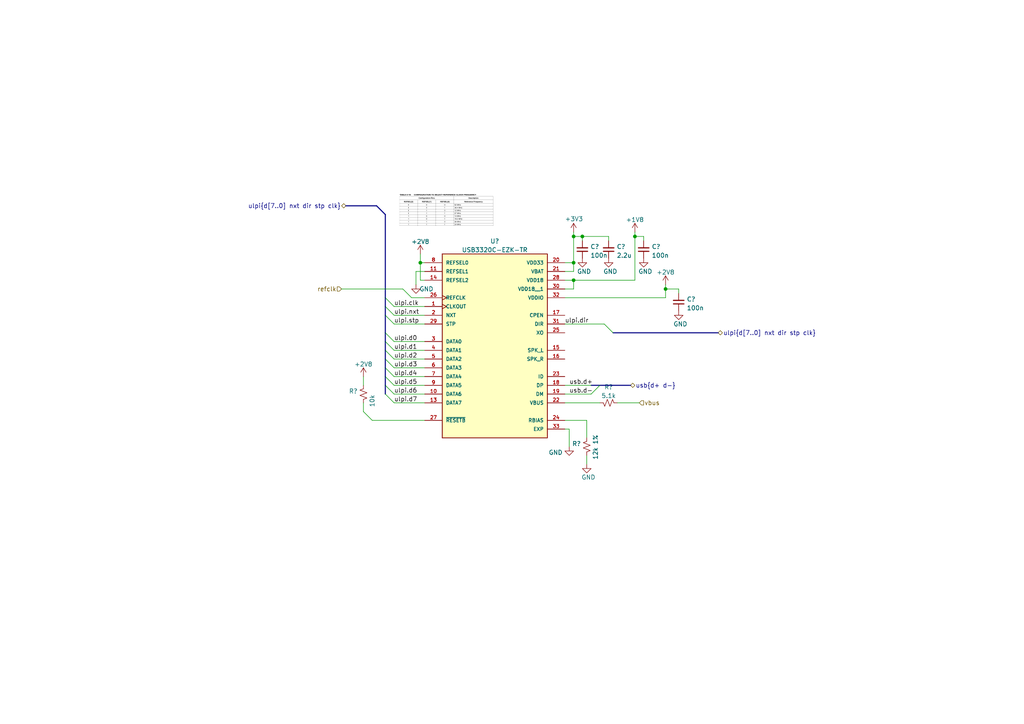
<source format=kicad_sch>
(kicad_sch (version 20211123) (generator eeschema)
  (paper "A4")
  (lib_symbols
    (symbol "Device:C_Small" (pin_numbers hide) (pin_names (offset 0.254) hide)
      (property "Reference" "C" (at 0.254 1.778 0))
      (property "Value" "C_Small" (at 0.254 -2.032 0))
      (symbol "C_Small_0_1"
        (polyline (pts (xy -1.524 -0.508) (xy 1.524 -0.508)) (stroke (width 0.3302)))
        (polyline (pts (xy -1.524 0.508) (xy 1.524 0.508)) (stroke (width 0.3048)))
      )
      (symbol "C_Small_1_1"
        (pin passive line (at 0 2.54 270) (length 2.032) (name "~") (number "1"))
        (pin passive line (at 0 -2.54 90) (length 2.032) (name "~") (number "2"))
      )
    )
    (symbol "Device:R_Small_US" (pin_numbers hide) (pin_names (offset 0.254) hide)
      (property "Reference" "R" (at 0.762 0.508 0))
      (property "Value" "R_Small_US" (at 0.762 -1.016 0))
      (symbol "R_Small_US_1_1"
        (polyline (pts (xy 0 0) (xy 1.016 -0.381) (xy 0 -0.762) (xy -1.016 -1.143) (xy 0 -1.524)))
        (polyline (pts (xy 0 1.524) (xy 1.016 1.143) (xy 0 0.762) (xy -1.016 0.381) (xy 0 0)))
        (pin passive line (at 0 2.54 270) (length 1.016) (name "~") (number "1"))
        (pin passive line (at 0 -2.54 90) (length 1.016) (name "~") (number "2"))
      )
    )
    (symbol "USB3320C-EZK-TR:USB3320C-EZK-TR" (pin_names (offset 1.016))
      (property "Reference" "U?" (at 0 29.0998 0))
      (property "Value" "USB3320C-EZK-TR" (at 0 26.5629 0))
      (symbol "USB3320C-EZK-TR_0_0"
        (rectangle (start -15.24 -27.94) (end 15.24 25.4) (stroke (width 0.254)) (fill (type background)))
        (pin output clock (at -20.32 10.16 0) (length 5.08) (name "CLKOUT") (number "1"))
        (pin bidirectional line (at -20.32 -15.24 0) (length 5.08) (name "DATA6") (number "10"))
        (pin input line (at -20.32 20.32 0) (length 5.08) (name "REFSEL1") (number "11"))
        (pin bidirectional line (at -20.32 -17.78 0) (length 5.08) (name "DATA7") (number "13"))
        (pin input line (at -20.32 17.78 0) (length 5.08) (name "REFSEL2") (number "14"))
        (pin bidirectional line (at 20.32 -2.54 180) (length 5.08) (name "SPK_L") (number "15"))
        (pin bidirectional line (at 20.32 -5.08 180) (length 5.08) (name "SPK_R") (number "16"))
        (pin output line (at 20.32 7.62 180) (length 5.08) (name "CPEN") (number "17"))
        (pin bidirectional line (at 20.32 -12.7 180) (length 5.08) (name "DP") (number "18"))
        (pin bidirectional line (at 20.32 -15.24 180) (length 5.08) (name "DM") (number "19"))
        (pin output line (at -20.32 7.62 0) (length 5.08) (name "NXT") (number "2"))
        (pin power_in line (at 20.32 22.86 180) (length 5.08) (name "VDD33") (number "20"))
        (pin power_in line (at 20.32 20.32 180) (length 5.08) (name "VBAT") (number "21"))
        (pin power_in line (at 20.32 -17.78 180) (length 5.08) (name "VBUS") (number "22"))
        (pin input line (at 20.32 -10.16 180) (length 5.08) (name "ID") (number "23"))
        (pin bidirectional line (at 20.32 -22.86 180) (length 5.08) (name "RBIAS") (number "24"))
        (pin output line (at 20.32 2.54 180) (length 5.08) (name "XO") (number "25"))
        (pin input clock (at -20.32 12.7 0) (length 5.08) (name "REFCLK") (number "26"))
        (pin input line (at -20.32 -22.86 0) (length 5.08) (name "~{RESETB}") (number "27"))
        (pin power_in line (at 20.32 17.78 180) (length 5.08) (name "VDD18") (number "28"))
        (pin input line (at -20.32 5.08 0) (length 5.08) (name "STP") (number "29"))
        (pin bidirectional line (at -20.32 0 0) (length 5.08) (name "DATA0") (number "3"))
        (pin power_in line (at 20.32 15.24 180) (length 5.08) (name "VDD18__1") (number "30"))
        (pin output line (at 20.32 5.08 180) (length 5.08) (name "DIR") (number "31"))
        (pin power_in line (at 20.32 12.7 180) (length 5.08) (name "VDDIO") (number "32"))
        (pin power_in line (at 20.32 -25.4 180) (length 5.08) (name "EXP") (number "33"))
        (pin bidirectional line (at -20.32 -2.54 0) (length 5.08) (name "DATA1") (number "4"))
        (pin bidirectional line (at -20.32 -5.08 0) (length 5.08) (name "DATA2") (number "5"))
        (pin bidirectional line (at -20.32 -7.62 0) (length 5.08) (name "DATA3") (number "6"))
        (pin bidirectional line (at -20.32 -10.16 0) (length 5.08) (name "DATA4") (number "7"))
        (pin input line (at -20.32 22.86 0) (length 5.08) (name "REFSEL0") (number "8"))
        (pin bidirectional line (at -20.32 -12.7 0) (length 5.08) (name "DATA5") (number "9"))
      )
    )
    (symbol "power:+1V8" (power) (pin_names (offset 0))
      (property "Value" "+1V8" (at 0 3.556 0))
      (symbol "+1V8_0_1"
        (polyline (pts (xy -0.762 1.27) (xy 0 2.54)))
        (polyline (pts (xy 0 0) (xy 0 2.54)))
        (polyline (pts (xy 0 2.54) (xy 0.762 1.27)))
      )
      (symbol "+1V8_1_1"
        (pin power_in line (at 0 0 90) (length 0) hide (name "+1V8") (number "1"))
      )
    )
    (symbol "power:+2V8" (power) (pin_names (offset 0))
      (property "Value" "+2V8" (at 0 3.556 0))
      (symbol "+2V8_0_1"
        (polyline (pts (xy -0.762 1.27) (xy 0 2.54)))
        (polyline (pts (xy 0 0) (xy 0 2.54)))
        (polyline (pts (xy 0 2.54) (xy 0.762 1.27)))
      )
      (symbol "+2V8_1_1"
        (pin power_in line (at 0 0 90) (length 0) hide (name "+2V8") (number "1"))
      )
    )
    (symbol "power:+3.3V" (power) (pin_names (offset 0))
      (property "Value" "+3.3V" (at 0 3.556 0))
      (symbol "+3.3V_0_1"
        (polyline (pts (xy -0.762 1.27) (xy 0 2.54)))
        (polyline (pts (xy 0 0) (xy 0 2.54)))
        (polyline (pts (xy 0 2.54) (xy 0.762 1.27)))
      )
      (symbol "+3.3V_1_1"
        (pin power_in line (at 0 0 90) (length 0) hide (name "+3V3") (number "1"))
      )
    )
    (symbol "power:GND" (power) (pin_names (offset 0))
      (property "Value" "GND" (at 0 -3.81 0))
      (symbol "GND_0_1"
        (polyline (pts (xy 0 0) (xy 0 -1.27) (xy 1.27 -1.27) (xy 0 -2.54) (xy -1.27 -1.27) (xy 0 -1.27)))
      )
      (symbol "GND_1_1"
        (pin power_in line (at 0 0 270) (length 0) hide (name "GND") (number "1"))
      )
    )
  )
  (junction (at 166.37 81.28))
  (junction (at 193.04 83.82))
  (junction (at 166.37 76.2))
  (junction (at 168.91 68.58))
  (junction (at 184.15 68.58))
  (junction (at 121.92 76.2))
  (junction (at 166.37 68.58))
  (bus_entry (at 111.76 96.52) (size 2.54 2.54))
  (bus_entry (at 111.76 106.68) (size 2.54 2.54))
  (bus_entry (at 111.76 114.3) (size 2.54 2.54))
  (bus_entry (at 177.8 96.52) (size -2.54 -2.54))
  (bus_entry (at 111.76 101.6) (size 2.54 2.54))
  (bus_entry (at 111.76 111.76) (size 2.54 2.54))
  (bus_entry (at 111.76 109.22) (size 2.54 2.54))
  (bus_entry (at 111.76 104.14) (size 2.54 2.54))
  (bus_entry (at 111.76 99.06) (size 2.54 2.54))
  (bus_entry (at 111.76 91.44) (size 2.54 2.54))
  (bus_entry (at 111.76 86.36) (size 2.54 2.54))
  (bus_entry (at 111.76 88.9) (size 2.54 2.54))
  (wire (pts (xy 166.37 76.2) (xy 166.37 68.58)))
  (wire (pts (xy 184.15 68.58) (xy 186.69 68.58)))
  (wire (pts (xy 120.65 78.74) (xy 123.19 78.74)))
  (wire (pts (xy 184.15 68.58) (xy 184.15 81.28)))
  (bus (pts (xy 111.76 62.23) (xy 111.76 86.36)))
  (wire (pts (xy 114.3 104.14) (xy 123.19 104.14)))
  (wire (pts (xy 114.3 111.76) (xy 123.19 111.76)))
  (wire (pts (xy 105.41 109.22) (xy 105.41 111.76)))
  (wire (pts (xy 176.53 68.58) (xy 168.91 68.58)))
  (wire (pts (xy 120.65 82.55) (xy 120.65 78.74)))
  (wire (pts (xy 123.19 81.28) (xy 121.92 81.28)))
  (wire (pts (xy 176.53 69.85) (xy 176.53 68.58)))
  (bus (pts (xy 111.76 96.52) (xy 111.76 99.06)))
  (wire (pts (xy 163.83 124.46) (xy 165.1 124.46)))
  (wire (pts (xy 99.06 83.82) (xy 116.84 83.82)))
  (wire (pts (xy 163.83 86.36) (xy 193.04 86.36)))
  (wire (pts (xy 171.45 111.76) (xy 163.83 111.76)))
  (wire (pts (xy 163.83 76.2) (xy 166.37 76.2)))
  (bus (pts (xy 111.76 104.14) (xy 111.76 106.68)))
  (wire (pts (xy 170.18 132.08) (xy 170.18 134.62)))
  (wire (pts (xy 185.42 116.84) (xy 179.07 116.84)))
  (wire (pts (xy 186.69 68.58) (xy 186.69 69.85)))
  (bus (pts (xy 100.33 59.69) (xy 109.22 59.69)))
  (wire (pts (xy 114.3 106.68) (xy 123.19 106.68)))
  (wire (pts (xy 193.04 83.82) (xy 196.85 83.82)))
  (wire (pts (xy 107.95 121.92) (xy 105.41 119.38)))
  (wire (pts (xy 121.92 73.66) (xy 121.92 76.2)))
  (bus (pts (xy 111.76 99.06) (xy 111.76 101.6)))
  (bus (pts (xy 177.8 96.52) (xy 208.28 96.52)))
  (wire (pts (xy 114.3 101.6) (xy 123.19 101.6)))
  (wire (pts (xy 123.19 86.36) (xy 119.38 86.36)))
  (wire (pts (xy 119.38 86.36) (xy 116.84 83.82)))
  (wire (pts (xy 166.37 81.28) (xy 166.37 83.82)))
  (bus (pts (xy 111.76 109.22) (xy 111.76 111.76)))
  (wire (pts (xy 168.91 68.58) (xy 168.91 69.85)))
  (wire (pts (xy 166.37 78.74) (xy 166.37 76.2)))
  (bus (pts (xy 111.76 91.44) (xy 111.76 96.52)))
  (wire (pts (xy 114.3 116.84) (xy 123.19 116.84)))
  (wire (pts (xy 114.3 109.22) (xy 123.19 109.22)))
  (bus (pts (xy 111.76 88.9) (xy 111.76 91.44)))
  (bus (pts (xy 111.76 106.68) (xy 111.76 109.22)))
  (wire (pts (xy 166.37 81.28) (xy 184.15 81.28)))
  (wire (pts (xy 114.3 114.3) (xy 123.19 114.3)))
  (wire (pts (xy 193.04 83.82) (xy 193.04 86.36)))
  (wire (pts (xy 163.83 78.74) (xy 166.37 78.74)))
  (wire (pts (xy 105.41 119.38) (xy 105.41 116.84)))
  (wire (pts (xy 163.83 116.84) (xy 173.99 116.84)))
  (bus (pts (xy 111.76 101.6) (xy 111.76 104.14)))
  (wire (pts (xy 123.19 76.2) (xy 121.92 76.2)))
  (wire (pts (xy 166.37 68.58) (xy 168.91 68.58)))
  (wire (pts (xy 196.85 83.82) (xy 196.85 85.09)))
  (wire (pts (xy 114.3 91.44) (xy 123.19 91.44)))
  (wire (pts (xy 166.37 68.58) (xy 166.37 67.31)))
  (bus (pts (xy 111.76 86.36) (xy 111.76 88.9)))
  (wire (pts (xy 165.1 124.46) (xy 165.1 129.54)))
  (wire (pts (xy 170.18 121.92) (xy 170.18 127)))
  (wire (pts (xy 114.3 93.98) (xy 123.19 93.98)))
  (wire (pts (xy 114.3 88.9) (xy 123.19 88.9)))
  (wire (pts (xy 123.19 121.92) (xy 107.95 121.92)))
  (wire (pts (xy 171.45 114.3) (xy 163.83 114.3)))
  (bus (pts (xy 171.45 111.76) (xy 182.88 111.76)))
  (wire (pts (xy 175.26 93.98) (xy 163.83 93.98)))
  (bus (pts (xy 111.76 111.76) (xy 111.76 114.3)))
  (wire (pts (xy 184.15 67.31) (xy 184.15 68.58)))
  (wire (pts (xy 166.37 83.82) (xy 163.83 83.82)))
  (wire (pts (xy 163.83 81.28) (xy 166.37 81.28)))
  (wire (pts (xy 193.04 82.55) (xy 193.04 83.82)))
  (wire (pts (xy 121.92 76.2) (xy 121.92 81.28)))
  (bus (pts (xy 109.22 59.69) (xy 111.76 62.23)))
  (wire (pts (xy 171.45 114.3) (xy 173.99 111.76)))
  (wire (pts (xy 163.83 121.92) (xy 170.18 121.92)))
  (wire (pts (xy 114.3 99.06) (xy 123.19 99.06)))
  (image (at 129.54 60.96) (scale 0.411356))
  (label "ulpi.d0" (at 114.3 99.06 0))
  (label "usb.d+" (at 165.1 111.76 0))
  (label "ulpi.d1" (at 114.3 101.6 0))
  (label "ulpi.nxt" (at 114.3 91.44 0))
  (label "ulpi.d7" (at 114.3 116.84 0))
  (label "ulpi.d3" (at 114.3 106.68 0))
  (label "ulpi.d6" (at 114.3 114.3 0))
  (label "ulpi.dir" (at 163.83 93.98 0))
  (label "usb.d-" (at 165.1 114.3 0))
  (label "ulpi.d5" (at 114.3 111.76 0))
  (label "ulpi.stp" (at 114.3 93.98 0))
  (label "ulpi.d2" (at 114.3 104.14 0))
  (label "ulpi.clk" (at 114.3 88.9 0))
  (label "ulpi.d4" (at 114.3 109.22 0))
  (hierarchical_label "usb{d+ d-}" (shape bidirectional) (at 182.88 111.76 0))
  (hierarchical_label "vbus" (shape input) (at 185.42 116.84 0))
  (hierarchical_label "ulpi{d[7..0] nxt dir stp clk}" (shape bidirectional) (at 100.33 59.69 180))
  (hierarchical_label "ulpi{d[7..0] nxt dir stp clk}" (shape bidirectional) (at 208.28 96.52 0))
  (hierarchical_label "refclk" (shape input) (at 99.06 83.82 180))
  (symbol (lib_id "Device:C_Small") (at 168.91 72.39 180) (unit 1)
    (property "Reference" "C?" (at 171.2341 71.5489 0) (effects (justify right)))
    (property "Value" "100n" (at 171.2341 74.0858 0) (effects (justify right)))
  )
  (symbol (lib_id "Device:R_Small_US") (at 105.41 114.3 0) (mirror y) (unit 1)
    (property "Reference" "R?" (at 103.759 113.4653 0) (effects (justify left)))
    (property "Value" "10k" (at 107.95 118.11 90) (effects (justify left)))
  )
  (symbol (lib_id "power:+1V8") (at 184.15 67.31 0) (unit 1)
    (property "Reference" "#PWR?" (effects hide))
    (property "Value" "+1V8" (at 184.15 63.7342 0))
  )
  (symbol (lib_id "Device:R_Small_US") (at 176.53 116.84 90) (mirror x) (unit 1)
    (property "Reference" "R?" (at 176.53 112.2512 90))
    (property "Value" "5.1k" (at 176.53 114.7881 90))
  )
  (symbol (lib_id "power:GND") (at 176.53 74.93 0) (mirror y) (unit 1)
    (property "Reference" "#PWR?" (effects hide))
    (property "Value" "GND" (at 179.07 78.74 0) (effects (justify left)))
  )
  (symbol (lib_id "power:GND") (at 120.65 82.55 0) (mirror y) (unit 1)
    (property "Reference" "#PWR?" (effects hide))
    (property "Value" "GND" (at 125.73 83.82 0) (effects (justify left)))
  )
  (symbol (lib_id "power:+2V8") (at 193.04 82.55 0) (unit 1)
    (property "Reference" "#PWR?" (effects hide))
    (property "Value" "+2V8" (at 193.04 78.9742 0))
  )
  (symbol (lib_id "power:GND") (at 168.91 74.93 0) (mirror y) (unit 1)
    (property "Reference" "#PWR?" (effects hide))
    (property "Value" "GND" (at 171.45 78.74 0) (effects (justify left)))
  )
  (symbol (lib_id "USB3320C-EZK-TR:USB3320C-EZK-TR") (at 143.51 99.06 0) (unit 1)
    (property "Reference" "U?" (at 143.51 69.9602 0))
    (property "Value" "USB3320C-EZK-TR" (at 143.51 72.4971 0))
    (property "Footprint" "USB3320C-EZK-TR:QFN50P500X500X100-33N330X330" (effects hide))
    (property "STANDARD" "IPC-7351B" (effects hide))
    (property "SNAPEDA_PACKAGE_ID" "29698" (effects hide))
    (property "MANUFACTURER" "MICROCHIP" (effects hide))
  )
  (symbol (lib_id "power:GND") (at 170.18 134.62 0) (mirror y) (unit 1)
    (property "Reference" "#PWR?" (effects hide))
    (property "Value" "GND" (at 172.72 138.43 0) (effects (justify left)))
  )
  (symbol (lib_id "power:GND") (at 165.1 129.54 0) (mirror y) (unit 1)
    (property "Reference" "#PWR?" (effects hide))
    (property "Value" "GND" (at 163.195 131.2438 0) (effects (justify left)))
  )
  (symbol (lib_id "Device:C_Small") (at 176.53 72.39 180) (unit 1)
    (property "Reference" "C?" (at 178.8541 71.5489 0) (effects (justify right)))
    (property "Value" "2.2u" (at 178.8541 74.0858 0) (effects (justify right)))
  )
  (symbol (lib_id "Device:R_Small_US") (at 170.18 129.54 0) (mirror y) (unit 1)
    (property "Reference" "R?" (at 168.529 128.7053 0) (effects (justify left)))
    (property "Value" "12k 1%" (at 172.72 133.35 90) (effects (justify left)))
  )
  (symbol (lib_id "Device:C_Small") (at 196.85 87.63 180) (unit 1)
    (property "Reference" "C?" (at 199.1741 86.7889 0) (effects (justify right)))
    (property "Value" "100n" (at 199.1741 89.3258 0) (effects (justify right)))
  )
  (symbol (lib_id "power:GND") (at 186.69 74.93 0) (mirror y) (unit 1)
    (property "Reference" "#PWR?" (effects hide))
    (property "Value" "GND" (at 189.23 78.74 0) (effects (justify left)))
  )
  (symbol (lib_id "power:+2V8") (at 105.41 109.22 0) (unit 1)
    (property "Reference" "#PWR?" (effects hide))
    (property "Value" "+2V8" (at 105.41 105.6442 0))
  )
  (symbol (lib_id "power:+3.3V") (at 166.37 67.31 0) (unit 1)
    (property "Reference" "#PWR?" (effects hide))
    (property "Value" "+3.3V" (at 163.83 63.5 0) (effects (justify left)))
  )
  (symbol (lib_id "power:GND") (at 196.85 90.17 0) (mirror y) (unit 1)
    (property "Reference" "#PWR?" (effects hide))
    (property "Value" "GND" (at 199.39 93.98 0) (effects (justify left)))
  )
  (symbol (lib_id "Device:C_Small") (at 186.69 72.39 180) (unit 1)
    (property "Reference" "C?" (at 189.0141 71.5489 0) (effects (justify right)))
    (property "Value" "100n" (at 189.0141 74.0858 0) (effects (justify right)))
  )
  (symbol (lib_id "power:+2V8") (at 121.92 73.66 0) (unit 1)
    (property "Reference" "#PWR?" (effects hide))
    (property "Value" "+2V8" (at 121.92 70.0842 0))
  )
)
</source>
